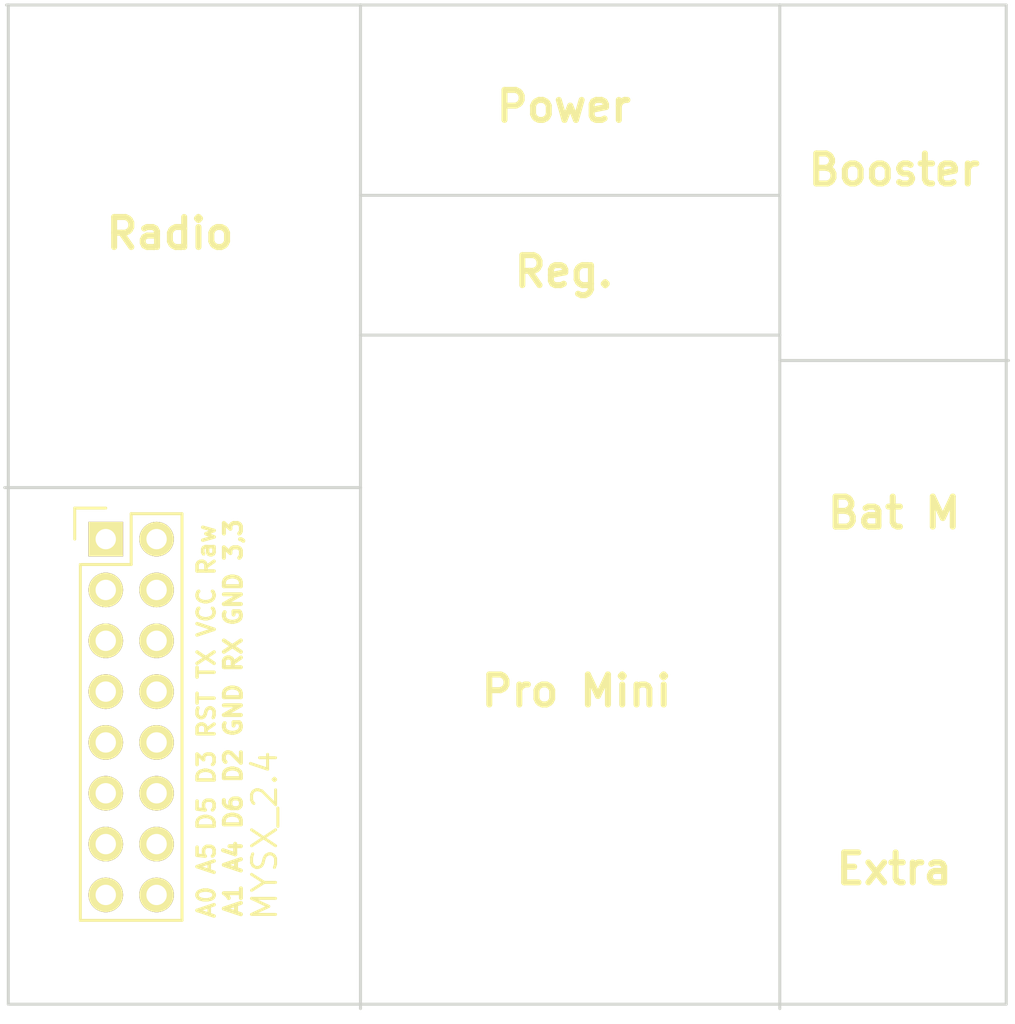
<source format=kicad_pcb>
(kicad_pcb (version 4) (host pcbnew 4.0.4-stable)

  (general
    (links 0)
    (no_connects 2)
    (area 118.771429 59.25 180.408572 116.045)
    (thickness 1.6)
    (drawings 21)
    (tracks 0)
    (zones 0)
    (modules 4)
    (nets 3)
  )

  (page A4)
  (layers
    (0 F.Cu signal)
    (31 B.Cu signal)
    (32 B.Adhes user)
    (33 F.Adhes user)
    (34 B.Paste user)
    (35 F.Paste user hide)
    (36 B.SilkS user)
    (37 F.SilkS user)
    (38 B.Mask user)
    (39 F.Mask user)
    (40 Dwgs.User user)
    (41 Cmts.User user)
    (42 Eco1.User user)
    (43 Eco2.User user)
    (44 Edge.Cuts user)
    (45 Margin user)
    (46 B.CrtYd user)
    (47 F.CrtYd user)
    (48 B.Fab user)
    (49 F.Fab user)
  )

  (setup
    (last_trace_width 0.2)
    (trace_clearance 0.2)
    (zone_clearance 0.2)
    (zone_45_only no)
    (trace_min 0.2)
    (segment_width 0.2)
    (edge_width 0.15)
    (via_size 0.6)
    (via_drill 0.4)
    (via_min_size 0.4)
    (via_min_drill 0.3)
    (uvia_size 0.3)
    (uvia_drill 0.1)
    (uvias_allowed no)
    (uvia_min_size 0.2)
    (uvia_min_drill 0.1)
    (pcb_text_width 0.3)
    (pcb_text_size 1.5 1.5)
    (mod_edge_width 0.15)
    (mod_text_size 1 1)
    (mod_text_width 0.15)
    (pad_size 2.19964 1.50114)
    (pad_drill 0.8001)
    (pad_to_mask_clearance 0.2)
    (aux_axis_origin 0 0)
    (visible_elements 7FFFFFFF)
    (pcbplotparams
      (layerselection 0x010f0_80000001)
      (usegerberextensions false)
      (excludeedgelayer true)
      (linewidth 0.100000)
      (plotframeref false)
      (viasonmask false)
      (mode 1)
      (useauxorigin false)
      (hpglpennumber 1)
      (hpglpenspeed 20)
      (hpglpendiameter 15)
      (hpglpenoverlay 2)
      (psnegative false)
      (psa4output false)
      (plotreference true)
      (plotvalue true)
      (plotinvisibletext false)
      (padsonsilk false)
      (subtractmaskfromsilk false)
      (outputformat 1)
      (mirror false)
      (drillshape 0)
      (scaleselection 1)
      (outputdirectory Gerber/))
  )

  (net 0 "")
  (net 1 +3V3)
  (net 2 GND)

  (net_class Default "This is the default net class."
    (clearance 0.2)
    (trace_width 0.2)
    (via_dia 0.6)
    (via_drill 0.4)
    (uvia_dia 0.3)
    (uvia_drill 0.1)
  )

  (net_class Big ""
    (clearance 0.3)
    (trace_width 0.8)
    (via_dia 0.6)
    (via_drill 0.4)
    (uvia_dia 0.3)
    (uvia_drill 0.1)
    (add_net +3V3)
    (add_net GND)
  )

  (net_class RAW ""
    (clearance 0.2)
    (trace_width 0.4)
    (via_dia 0.6)
    (via_drill 0.4)
    (uvia_dia 0.3)
    (uvia_drill 0.1)
  )

  (net_class SPI ""
    (clearance 0.2)
    (trace_width 0.4)
    (via_dia 0.6)
    (via_drill 0.4)
    (uvia_dia 0.3)
    (uvia_drill 0.1)
  )

  (module Mounting_Holes:MountingHole_2.5mm (layer F.Cu) (tedit 5A887A33) (tstamp 5A887A5F)
    (at 172.085 64.135)
    (descr "Mounting Hole 2.5mm, no annular")
    (tags "mounting hole 2.5mm no annular")
    (attr virtual)
    (fp_text reference REF** (at 0 -3.81) (layer F.SilkS) hide
      (effects (font (size 1 1) (thickness 0.15)))
    )
    (fp_text value MountingHole_2.5mm (at 0 -3.81) (layer F.Fab) hide
      (effects (font (size 1 1) (thickness 0.15)))
    )
    (fp_text user %R (at 1.27 -3.81) (layer F.Fab) hide
      (effects (font (size 1 1) (thickness 0.15)))
    )
    (fp_circle (center 0 0) (end 2.5 0) (layer Cmts.User) (width 0.15))
    (fp_circle (center 0 0) (end 2.75 0) (layer F.CrtYd) (width 0.05))
    (pad 1 np_thru_hole circle (at 0 0) (size 2.5 2.5) (drill 2.5) (layers *.Cu *.Mask))
  )

  (module Mounting_Holes:MountingHole_2.5mm (layer F.Cu) (tedit 5A887A33) (tstamp 5A887A58)
    (at 172.18 109.79)
    (descr "Mounting Hole 2.5mm, no annular")
    (tags "mounting hole 2.5mm no annular")
    (attr virtual)
    (fp_text reference REF** (at -4.445 5.08) (layer F.SilkS) hide
      (effects (font (size 1 1) (thickness 0.15)))
    )
    (fp_text value MountingHole_2.5mm (at 0 3.5) (layer F.Fab) hide
      (effects (font (size 1 1) (thickness 0.15)))
    )
    (fp_text user %R (at -0.635 5.08) (layer F.Fab) hide
      (effects (font (size 1 1) (thickness 0.15)))
    )
    (fp_circle (center 0 0) (end 2.5 0) (layer Cmts.User) (width 0.15))
    (fp_circle (center 0 0) (end 2.75 0) (layer F.CrtYd) (width 0.05))
    (pad 1 np_thru_hole circle (at 0 0) (size 2.5 2.5) (drill 2.5) (layers *.Cu *.Mask))
  )

  (module mysensors_connectors:MYSX_2.4 locked (layer F.Cu) (tedit 5A74BB5D) (tstamp 5A749FEE)
    (at 129.51 88.3)
    (descr "Through hole pin header")
    (tags "pin header MYSX 2.4")
    (path /5913589B)
    (fp_text reference P2 (at -0.605 -1.94) (layer F.SilkS) hide
      (effects (font (size 1 1) (thickness 0.15)))
    )
    (fp_text value MYSX_2.4 (at 7.94 14.81 90) (layer F.SilkS)
      (effects (font (size 1.2 1.2) (thickness 0.15)))
    )
    (fp_text user 2.4 (at 3.38 -2.32) (layer Cmts.User) hide
      (effects (font (size 1 1) (thickness 0.15)))
    )
    (fp_line (start -2.54 -2.54) (end -2.54 20.32) (layer F.CrtYd) (width 0.05))
    (fp_line (start 5.08 -2.54) (end 5.08 20.32) (layer F.CrtYd) (width 0.05))
    (fp_line (start -2.54 -2.54) (end 5.08 -2.54) (layer F.CrtYd) (width 0.05))
    (fp_line (start -2.54 20.32) (end 5.08 20.32) (layer F.CrtYd) (width 0.05))
    (fp_line (start -1.27 1.27) (end -1.27 19.05) (layer F.SilkS) (width 0.15))
    (fp_line (start -1.27 19.05) (end 3.81 19.05) (layer F.SilkS) (width 0.15))
    (fp_line (start 3.81 19.05) (end 3.81 -1.27) (layer F.SilkS) (width 0.15))
    (fp_line (start 3.81 -1.27) (end 1.27 -1.27) (layer F.SilkS) (width 0.15))
    (fp_line (start 0 -1.55) (end -1.55 -1.55) (layer F.SilkS) (width 0.15))
    (fp_line (start 1.27 -1.27) (end 1.27 1.27) (layer F.SilkS) (width 0.15))
    (fp_line (start 1.27 1.27) (end -1.27 1.27) (layer F.SilkS) (width 0.15))
    (fp_line (start -1.55 -1.55) (end -1.55 0) (layer F.SilkS) (width 0.15))
    (pad 16 thru_hole oval (at 2.54 17.78) (size 1.7272 1.7272) (drill 1.016) (layers *.Cu *.Mask F.SilkS))
    (pad 15 thru_hole oval (at 0 17.78) (size 1.7272 1.7272) (drill 1.016) (layers *.Cu *.Mask F.SilkS))
    (pad 14 thru_hole oval (at 2.54 15.24) (size 1.7272 1.7272) (drill 1.016) (layers *.Cu *.Mask F.SilkS))
    (pad 13 thru_hole oval (at 0 15.24) (size 1.7272 1.7272) (drill 1.016) (layers *.Cu *.Mask F.SilkS))
    (pad 12 thru_hole oval (at 2.54 12.7) (size 1.7272 1.7272) (drill 1.016) (layers *.Cu *.Mask F.SilkS))
    (pad 11 thru_hole oval (at 0 12.7) (size 1.7272 1.7272) (drill 1.016) (layers *.Cu *.Mask F.SilkS))
    (pad 10 thru_hole oval (at 2.54 10.16) (size 1.7272 1.7272) (drill 1.016) (layers *.Cu *.Mask F.SilkS))
    (pad 9 thru_hole oval (at 0 10.16) (size 1.7272 1.7272) (drill 1.016) (layers *.Cu *.Mask F.SilkS))
    (pad 1 thru_hole rect (at 0 0) (size 1.7272 1.7272) (drill 1.016) (layers *.Cu *.Mask F.SilkS))
    (pad 2 thru_hole oval (at 2.54 0) (size 1.7272 1.7272) (drill 1.016) (layers *.Cu *.Mask F.SilkS)
      (net 1 +3V3))
    (pad 3 thru_hole oval (at 0 2.54) (size 1.7272 1.7272) (drill 1.016) (layers *.Cu *.Mask F.SilkS)
      (net 1 +3V3))
    (pad 4 thru_hole oval (at 2.54 2.54) (size 1.7272 1.7272) (drill 1.016) (layers *.Cu *.Mask F.SilkS)
      (net 2 GND))
    (pad 5 thru_hole oval (at 0 5.08) (size 1.7272 1.7272) (drill 1.016) (layers *.Cu *.Mask F.SilkS))
    (pad 6 thru_hole oval (at 2.54 5.08) (size 1.7272 1.7272) (drill 1.016) (layers *.Cu *.Mask F.SilkS))
    (pad 7 thru_hole oval (at 0 7.62) (size 1.7272 1.7272) (drill 1.016) (layers *.Cu *.Mask F.SilkS))
    (pad 8 thru_hole oval (at 2.54 7.62) (size 1.7272 1.7272) (drill 1.016) (layers *.Cu *.Mask F.SilkS)
      (net 2 GND))
    (model Pin_Headers.3dshapes/Pin_Header_Straight_2x08.wrl
      (at (xyz 0.05 -0.35 0))
      (scale (xyz 1 1 1))
      (rotate (xyz 0 0 90))
    )
  )

  (module Mounting_Holes:MountingHole_2.5mm (layer F.Cu) (tedit 5A887A33) (tstamp 5A887A23)
    (at 127 109.22)
    (descr "Mounting Hole 2.5mm, no annular")
    (tags "mounting hole 2.5mm no annular")
    (attr virtual)
    (fp_text reference REF** (at -4.445 5.08) (layer F.SilkS) hide
      (effects (font (size 1 1) (thickness 0.15)))
    )
    (fp_text value MountingHole_2.5mm (at 0 3.5) (layer F.Fab) hide
      (effects (font (size 1 1) (thickness 0.15)))
    )
    (fp_text user %R (at -0.635 5.08) (layer F.Fab) hide
      (effects (font (size 1 1) (thickness 0.15)))
    )
    (fp_circle (center 0 0) (end 2.5 0) (layer Cmts.User) (width 0.15))
    (fp_circle (center 0 0) (end 2.75 0) (layer F.CrtYd) (width 0.05))
    (pad 1 np_thru_hole circle (at 0 0) (size 2.5 2.5) (drill 2.5) (layers *.Cu *.Mask))
  )

  (gr_text Booster (at 168.91 69.85) (layer F.SilkS)
    (effects (font (size 1.5 1.5) (thickness 0.3)))
  )
  (gr_text "Bat M" (at 168.91 86.995) (layer F.SilkS)
    (effects (font (size 1.5 1.5) (thickness 0.3)))
  )
  (gr_text Extra (at 168.91 104.775) (layer F.SilkS)
    (effects (font (size 1.5 1.5) (thickness 0.3)))
  )
  (gr_text "Pro Mini" (at 153.035 95.885) (layer F.SilkS)
    (effects (font (size 1.5 1.5) (thickness 0.3)))
  )
  (gr_text Reg. (at 152.4 74.93) (layer F.SilkS)
    (effects (font (size 1.5 1.5) (thickness 0.3)))
  )
  (gr_text Power (at 152.4 66.675) (layer F.SilkS)
    (effects (font (size 1.5 1.5) (thickness 0.3)))
  )
  (gr_text "Radio\n" (at 132.715 73.025) (layer F.SilkS)
    (effects (font (size 1.5 1.5) (thickness 0.3)))
  )
  (gr_line (start 163.195 79.375) (end 174.625 79.375) (layer Edge.Cuts) (width 0.15))
  (gr_line (start 142.24 71.12) (end 163.195 71.12) (layer Edge.Cuts) (width 0.15))
  (gr_line (start 142.24 85.725) (end 142.24 111.76) (layer Edge.Cuts) (width 0.15))
  (gr_line (start 163.195 78.105) (end 163.195 111.76) (layer Edge.Cuts) (width 0.15))
  (gr_line (start 163.195 78.105) (end 163.195 61.595) (layer Edge.Cuts) (width 0.15))
  (gr_line (start 142.24 78.105) (end 163.195 78.105) (layer Edge.Cuts) (width 0.15))
  (gr_line (start 142.24 85.725) (end 142.24 61.595) (layer Edge.Cuts) (width 0.15))
  (gr_line (start 124.46 85.725) (end 142.24 85.725) (layer Edge.Cuts) (width 0.15))
  (gr_text "A1 A4 D6 D2 GND RX GND 3,3" (at 135.88 97.23 90) (layer F.SilkS)
    (effects (font (size 0.85 0.85) (thickness 0.2)))
  )
  (gr_text "A0 A5 D5 D3 RST TX VCC Raw" (at 134.54 97.4 90) (layer F.SilkS)
    (effects (font (size 0.85 0.85) (thickness 0.175)))
  )
  (gr_line (start 124.64 111.54) (end 124.64 61.6) (angle 90) (layer Edge.Cuts) (width 0.15))
  (gr_line (start 174.51 111.54) (end 124.64 111.54) (angle 90) (layer Edge.Cuts) (width 0.15))
  (gr_line (start 174.51 61.61) (end 174.51 111.54) (angle 90) (layer Edge.Cuts) (width 0.15))
  (gr_line (start 124.55 61.61) (end 174.51 61.61) (angle 90) (layer Edge.Cuts) (width 0.15))

)

</source>
